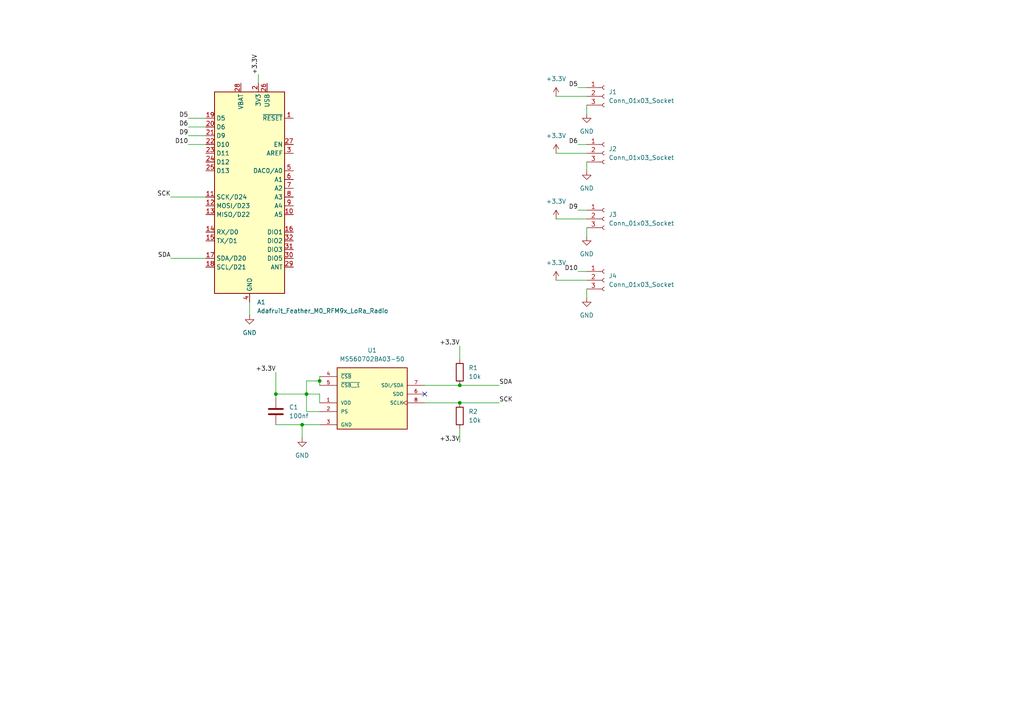
<source format=kicad_sch>
(kicad_sch (version 20250114) (generator "eeschema") (generator_version "9.0")
  (paper "A4")
  (lib_symbols
    (symbol "Connector:Conn_01x03_Socket" (pin_names (offset 1.016) (hide yes))
      (property "Reference" "J" (at 0 5.08 0))
      (property "Value" "Conn_01x03_Socket" (at 0 -5.08 0))
      (symbol "Conn_01x03_Socket_1_1"
        (polyline (pts (xy -1.27 2.54) (xy -0.508 2.54)) (stroke (width 0.1524)))
        (polyline (pts (xy -1.27 0) (xy -0.508 0)) (stroke (width 0.1524)))
        (polyline (pts (xy -1.27 -2.54) (xy -0.508 -2.54)) (stroke (width 0.1524)))
        (arc (start 0 2.032) (mid -0.5058 2.54) (end 0 3.048) (stroke (width 0.1524)))
        (arc (start 0 -0.508) (mid -0.5058 0) (end 0 0.508) (stroke (width 0.1524)))
        (arc (start 0 -3.048) (mid -0.5058 -2.54) (end 0 -2.032) (stroke (width 0.1524)))
        (pin passive line (at -5.08 2.54 0) (length 3.81) (name "Pin_1") (number "1"))
        (pin passive line (at -5.08 0 0) (length 3.81) (name "Pin_2") (number "2"))
        (pin passive line (at -5.08 -2.54 0) (length 3.81) (name "Pin_3") (number "3"))
      )
    )
    (symbol "Device:C" (pin_numbers (hide yes)) (pin_names (offset 0.254))
      (property "Reference" "C" (at 0.635 2.54 0))
      (property "Value" "C" (at 0.635 -2.54 0))
      (symbol "C_0_1"
        (polyline (pts (xy -2.032 0.762) (xy 2.032 0.762)) (stroke (width 0.508)))
        (polyline (pts (xy -2.032 -0.762) (xy 2.032 -0.762)) (stroke (width 0.508)))
      )
      (symbol "C_1_1"
        (pin passive line (at 0 3.81 270) (length 2.794) (name "~") (number "1"))
        (pin passive line (at 0 -3.81 90) (length 2.794) (name "~") (number "2"))
      )
    )
    (symbol "Device:R" (pin_numbers (hide yes)) (pin_names (offset 0))
      (property "Reference" "R" (at 2.032 0 90))
      (property "Value" "R" (at 0 0 90))
      (symbol "R_0_1"
        (rectangle (start -1.016 -2.54) (end 1.016 2.54) (stroke (width 0.254)))
      )
      (symbol "R_1_1"
        (pin passive line (at 0 3.81 270) (length 1.27) (name "~") (number "1"))
        (pin passive line (at 0 -3.81 90) (length 1.27) (name "~") (number "2"))
      )
    )
    (symbol "MCU_Module:Adafruit_Feather_M0_RFM9x_LoRa_Radio"
      (property "Reference" "A" (at -10.16 29.21 0))
      (property "Value" "Adafruit_Feather_M0_RFM9x_LoRa_Radio" (at 2.54 -31.75 0))
      (symbol "Adafruit_Feather_M0_RFM9x_LoRa_Radio_0_1"
        (rectangle (start -10.16 27.94) (end 10.16 -30.48) (stroke (width 0.254)) (fill (type background)))
      )
      (symbol "Adafruit_Feather_M0_RFM9x_LoRa_Radio_1_1"
        (pin bidirectional line (at -12.7 20.32 0) (length 2.54) (name "D5") (number "19"))
        (pin bidirectional line (at -12.7 17.78 0) (length 2.54) (name "D6") (number "20"))
        (pin bidirectional line (at -12.7 15.24 0) (length 2.54) (name "D9") (number "21"))
        (pin bidirectional line (at -12.7 12.7 0) (length 2.54) (name "D10") (number "22"))
        (pin bidirectional line (at -12.7 10.16 0) (length 2.54) (name "D11") (number "23"))
        (pin bidirectional line (at -12.7 7.62 0) (length 2.54) (name "D12") (number "24"))
        (pin bidirectional line (at -12.7 5.08 0) (length 2.54) (name "D13") (number "25"))
        (pin bidirectional line (at -12.7 -2.54 0) (length 2.54) (name "SCK/D24") (number "11"))
        (pin bidirectional line (at -12.7 -5.08 0) (length 2.54) (name "MOSI/D23") (number "12"))
        (pin bidirectional line (at -12.7 -7.62 0) (length 2.54) (name "MISO/D22") (number "13"))
        (pin bidirectional line (at -12.7 -12.7 0) (length 2.54) (name "RX/D0") (number "14"))
        (pin bidirectional line (at -12.7 -15.24 0) (length 2.54) (name "TX/D1") (number "15"))
        (pin bidirectional line (at -12.7 -20.32 0) (length 2.54) (name "SDA/D20") (number "17"))
        (pin bidirectional line (at -12.7 -22.86 0) (length 2.54) (name "SCL/D21") (number "18"))
        (pin power_in line (at -2.54 30.48 270) (length 2.54) (name "VBAT") (number "28"))
        (pin power_in line (at 0 -33.02 90) (length 2.54) (name "GND") (number "4"))
        (pin power_in line (at 2.54 30.48 270) (length 2.54) (name "3V3") (number "2"))
        (pin power_in line (at 5.08 30.48 270) (length 2.54) (name "USB") (number "26"))
        (pin input line (at 12.7 20.32 180) (length 2.54) (name "~{RESET}") (number "1"))
        (pin input line (at 12.7 12.7 180) (length 2.54) (name "EN") (number "27"))
        (pin input line (at 12.7 10.16 180) (length 2.54) (name "AREF") (number "3"))
        (pin bidirectional line (at 12.7 5.08 180) (length 2.54) (name "DAC0/A0") (number "5"))
        (pin bidirectional line (at 12.7 2.54 180) (length 2.54) (name "A1") (number "6"))
        (pin bidirectional line (at 12.7 0 180) (length 2.54) (name "A2") (number "7"))
        (pin bidirectional line (at 12.7 -2.54 180) (length 2.54) (name "A3") (number "8"))
        (pin bidirectional line (at 12.7 -5.08 180) (length 2.54) (name "A4") (number "9"))
        (pin bidirectional line (at 12.7 -7.62 180) (length 2.54) (name "A5") (number "10"))
        (pin bidirectional line (at 12.7 -12.7 180) (length 2.54) (name "DIO1") (number "16"))
        (pin bidirectional line (at 12.7 -15.24 180) (length 2.54) (name "DIO2") (number "32"))
        (pin bidirectional line (at 12.7 -17.78 180) (length 2.54) (name "DIO3") (number "31"))
        (pin bidirectional line (at 12.7 -20.32 180) (length 2.54) (name "DIO5") (number "30"))
        (pin bidirectional line (at 12.7 -22.86 180) (length 2.54) (name "ANT") (number "29"))
      )
    )
    (symbol "power:+3.3V" (power) (pin_numbers (hide yes)) (pin_names (offset 0) (hide yes))
      (property "Value" "+3.3V" (at 0 3.556 0))
      (symbol "+3.3V_0_1"
        (polyline (pts (xy -0.762 1.27) (xy 0 2.54)))
        (polyline (pts (xy 0 2.54) (xy 0.762 1.27)))
        (polyline (pts (xy 0 0) (xy 0 2.54)))
      )
      (symbol "+3.3V_1_1"
        (pin power_in line (at 0 0 90) (length 0) (name "~") (number "1"))
      )
    )
    (symbol "power:GND" (power) (pin_numbers (hide yes)) (pin_names (offset 0) (hide yes))
      (property "Value" "GND" (at 0 -3.81 0))
      (symbol "GND_0_1"
        (polyline (pts (xy 0 0) (xy 0 -1.27) (xy 1.27 -1.27) (xy 0 -2.54) (xy -1.27 -1.27) (xy 0 -1.27)))
      )
      (symbol "GND_1_1"
        (pin power_in line (at 0 0 270) (length 0) (name "~") (number "1"))
      )
    )
    (symbol "pressure:MS560702BA03-50" (pin_names (offset 1.016))
      (property "Reference" "U1" (at 0 12.7 0))
      (property "Value" "MS560702BA03-50" (at 0 10.16 0))
      (symbol "MS560702BA03-50_0_0"
        (rectangle (start -10.16 7.62) (end 10.16 -10.16) (stroke (width 0.254)) (fill (type background)))
        (pin input line (at -15.24 5.08 0) (length 5.08) (name "~{CSB}") (number "4"))
        (pin input line (at -15.24 2.54 0) (length 5.08) (name "~{CSB__1}") (number "5"))
        (pin power_in line (at -15.24 -2.54 0) (length 5.08) (name "VDD") (number "1"))
        (pin input line (at -15.24 -5.08 0) (length 5.08) (name "PS") (number "2"))
        (pin power_in line (at -15.24 -8.89 0) (length 5.08) (name "GND") (number "3"))
        (pin bidirectional line (at 15.24 2.54 180) (length 5.08) (name "SDI/SDA") (number "7"))
        (pin output line (at 15.24 0 180) (length 5.08) (name "SDO") (number "6"))
        (pin input clock (at 15.24 -2.54 180) (length 5.08) (name "SCLK") (number "8"))
      )
    )
  )
  (junction (at 133.35 111.76))
  (junction (at 133.35 116.84))
  (junction (at 80.01 114.3))
  (junction (at 87.63 123.19))
  (junction (at 92.71 110.49))
  (junction (at 88.9 114.3))
  (no_connect (at 123.19 114.3))
  (wire (pts (xy 72.39 87.63) (xy 72.39 91.44)))
  (wire (pts (xy 92.71 109.22) (xy 92.71 110.49)))
  (wire (pts (xy 161.29 63.5) (xy 170.18 63.5)))
  (wire (pts (xy 161.29 81.28) (xy 170.18 81.28)))
  (wire (pts (xy 54.61 39.37) (xy 59.69 39.37)))
  (wire (pts (xy 123.19 116.84) (xy 133.35 116.84)))
  (wire (pts (xy 167.64 60.96) (xy 170.18 60.96)))
  (wire (pts (xy 87.63 123.19) (xy 92.71 123.19)))
  (wire (pts (xy 123.19 111.76) (xy 133.35 111.76)))
  (wire (pts (xy 161.29 27.94) (xy 170.18 27.94)))
  (wire (pts (xy 92.71 110.49) (xy 88.9 110.49)))
  (wire (pts (xy 92.71 116.84) (xy 92.71 114.3)))
  (wire (pts (xy 167.64 41.91) (xy 170.18 41.91)))
  (wire (pts (xy 88.9 119.38) (xy 92.71 119.38)))
  (wire (pts (xy 54.61 34.29) (xy 59.69 34.29)))
  (wire (pts (xy 133.35 124.46) (xy 133.35 128.27)))
  (wire (pts (xy 80.01 114.3) (xy 88.9 114.3)))
  (wire (pts (xy 88.9 114.3) (xy 92.71 114.3)))
  (wire (pts (xy 170.18 83.82) (xy 170.18 86.36)))
  (wire (pts (xy 170.18 66.04) (xy 170.18 68.58)))
  (wire (pts (xy 88.9 110.49) (xy 88.9 114.3)))
  (wire (pts (xy 80.01 114.3) (xy 80.01 115.57)))
  (wire (pts (xy 54.61 36.83) (xy 59.69 36.83)))
  (wire (pts (xy 49.53 57.15) (xy 59.69 57.15)))
  (wire (pts (xy 170.18 30.48) (xy 170.18 33.02)))
  (wire (pts (xy 80.01 123.19) (xy 87.63 123.19)))
  (wire (pts (xy 74.93 21.59) (xy 74.93 24.13)))
  (wire (pts (xy 88.9 114.3) (xy 88.9 119.38)))
  (wire (pts (xy 133.35 100.33) (xy 133.35 104.14)))
  (wire (pts (xy 92.71 110.49) (xy 92.71 111.76)))
  (wire (pts (xy 80.01 107.95) (xy 80.01 114.3)))
  (wire (pts (xy 54.61 41.91) (xy 59.69 41.91)))
  (wire (pts (xy 49.53 74.93) (xy 59.69 74.93)))
  (wire (pts (xy 161.29 44.45) (xy 170.18 44.45)))
  (wire (pts (xy 167.64 25.4) (xy 170.18 25.4)))
  (wire (pts (xy 133.35 116.84) (xy 144.78 116.84)))
  (wire (pts (xy 167.64 78.74) (xy 170.18 78.74)))
  (wire (pts (xy 170.18 46.99) (xy 170.18 49.53)))
  (wire (pts (xy 133.35 111.76) (xy 144.78 111.76)))
  (wire (pts (xy 87.63 123.19) (xy 87.63 127)))
  (label "SDA" (at 49.53 74.93 180))
  (label "D10" (at 167.64 78.74 180))
  (label "D10" (at 54.61 41.91 180))
  (label "+3.3V" (at 74.93 21.59 90))
  (label "D9" (at 54.61 39.37 180))
  (label "D5" (at 167.64 25.4 180))
  (label "SDA" (at 144.78 111.76 0))
  (label "SCK" (at 144.78 116.84 0))
  (label "D9" (at 167.64 60.96 180))
  (label "D6" (at 167.64 41.91 180))
  (label "+3.3V" (at 133.35 128.27 180))
  (label "D6" (at 54.61 36.83 180))
  (label "+3.3V" (at 133.35 100.33 180))
  (label "D5" (at 54.61 34.29 180))
  (label "+3.3V" (at 80.01 107.95 180))
  (label "SCK" (at 49.53 57.15 180))
  (symbol (lib_id "Connector:Conn_01x03_Socket") (at 175.26 27.94 0) (unit 1)
    (property "Reference" "J1" (at 176.53 26.6699 0) (effects (justify left)))
    (property "Value" "Conn_01x03_Socket" (at 176.53 29.2099 0) (effects (justify left)))
    (property "Footprint" "Connector_PinSocket_2.54mm:PinSocket_1x03_P2.54mm_Vertical" (effects (hide yes)))
    (property "Description" "Generic connector, single row, 01x03, script generated" (effects (hide yes)))
  )
  (symbol (lib_id "MCU_Module:Adafruit_Feather_M0_RFM9x_LoRa_Radio") (at 72.39 54.61 0) (unit 1)
    (property "Reference" "A1" (at 74.5333 87.63 0) (effects (justify left)))
    (property "Value" "Adafruit_Feather_M0_RFM9x_LoRa_Radio" (at 74.5333 90.17 0) (effects (justify left)))
    (property "Footprint" "Module:Adafruit_Feather_M0_RFM" (effects (hide yes)))
    (property "Datasheet" "https://cdn-learn.adafruit.com/downloads/pdf/adafruit-feather-m0-radio-with-lora-radio-module.pdf" (effects (hide yes)))
    (property "Description" "Microcontroller module with SAMD21 Cortex-M0 MCU and RFM9x Radio" (effects (hide yes)))
  )
  (symbol (lib_id "power:GND") (at 170.18 68.58 0) (unit 1)
    (property "Reference" "#PWR03" (effects (hide yes)))
    (property "Value" "GND" (at 170.18 73.66 0))
    (property "Description" "Power symbol creates a global label with name \"GND\" , ground" (effects (hide yes)))
  )
  (symbol (lib_id "power:GND") (at 170.18 33.02 0) (unit 1)
    (property "Reference" "#PWR01" (effects (hide yes)))
    (property "Value" "GND" (at 170.18 38.1 0))
    (property "Description" "Power symbol creates a global label with name \"GND\" , ground" (effects (hide yes)))
  )
  (symbol (lib_id "power:+3.3V") (at 161.29 81.28 0) (unit 1)
    (property "Reference" "#PWR08" (effects (hide yes)))
    (property "Value" "+3.3V" (at 161.29 76.2 0))
    (property "Description" "Power symbol creates a global label with name \"+3.3V\"" (effects (hide yes)))
  )
  (symbol (lib_id "power:GND") (at 87.63 127 0) (unit 1)
    (property "Reference" "#PWR011" (effects (hide yes)))
    (property "Value" "GND" (at 87.63 132.08 0))
    (property "Description" "Power symbol creates a global label with name \"GND\" , ground" (effects (hide yes)))
  )
  (symbol (lib_id "Connector:Conn_01x03_Socket") (at 175.26 63.5 0) (unit 1)
    (property "Reference" "J3" (at 176.53 62.2299 0) (effects (justify left)))
    (property "Value" "Conn_01x03_Socket" (at 176.53 64.7699 0) (effects (justify left)))
    (property "Footprint" "Connector_PinSocket_2.54mm:PinSocket_1x03_P2.54mm_Vertical" (effects (hide yes)))
    (property "Description" "Generic connector, single row, 01x03, script generated" (effects (hide yes)))
  )
  (symbol (lib_id "Device:C") (at 80.01 119.38 0) (unit 1)
    (property "Reference" "C1" (at 83.82 118.1099 0) (effects (justify left)))
    (property "Value" "100nf" (at 83.82 120.6499 0) (effects (justify left)))
    (property "Footprint" "Capacitor_SMD:C_0603_1608Metric_Pad1.08x0.95mm_HandSolder" (effects (hide yes)))
    (property "Description" "Unpolarized capacitor" (effects (hide yes)))
  )
  (symbol (lib_id "Device:R") (at 133.35 120.65 0) (unit 1)
    (property "Reference" "R2" (at 135.89 119.3799 0) (effects (justify left)))
    (property "Value" "10k" (at 135.89 121.9199 0) (effects (justify left)))
    (property "Footprint" "Resistor_SMD:R_0603_1608Metric_Pad0.98x0.95mm_HandSolder" (effects (hide yes)))
    (property "Description" "Resistor" (effects (hide yes)))
  )
  (symbol (lib_id "power:GND") (at 72.39 91.44 0) (unit 1)
    (property "Reference" "#PWR09" (effects (hide yes)))
    (property "Value" "GND" (at 72.39 96.52 0))
    (property "Description" "Power symbol creates a global label with name \"GND\" , ground" (effects (hide yes)))
  )
  (symbol (lib_id "power:GND") (at 170.18 86.36 0) (unit 1)
    (property "Reference" "#PWR04" (effects (hide yes)))
    (property "Value" "GND" (at 170.18 91.44 0))
    (property "Description" "Power symbol creates a global label with name \"GND\" , ground" (effects (hide yes)))
  )
  (symbol (lib_id "Connector:Conn_01x03_Socket") (at 175.26 44.45 0) (unit 1)
    (property "Reference" "J2" (at 176.53 43.1799 0) (effects (justify left)))
    (property "Value" "Conn_01x03_Socket" (at 176.53 45.7199 0) (effects (justify left)))
    (property "Footprint" "Connector_PinSocket_2.54mm:PinSocket_1x03_P2.54mm_Vertical" (effects (hide yes)))
    (property "Description" "Generic connector, single row, 01x03, script generated" (effects (hide yes)))
  )
  (symbol (lib_id "Connector:Conn_01x03_Socket") (at 175.26 81.28 0) (unit 1)
    (property "Reference" "J4" (at 176.53 80.0099 0) (effects (justify left)))
    (property "Value" "Conn_01x03_Socket" (at 176.53 82.5499 0) (effects (justify left)))
    (property "Footprint" "Connector_PinSocket_2.54mm:PinSocket_1x03_P2.54mm_Vertical" (effects (hide yes)))
    (property "Description" "Generic connector, single row, 01x03, script generated" (effects (hide yes)))
  )
  (symbol (lib_id "power:GND") (at 170.18 49.53 0) (unit 1)
    (property "Reference" "#PWR02" (effects (hide yes)))
    (property "Value" "GND" (at 170.18 54.61 0))
    (property "Description" "Power symbol creates a global label with name \"GND\" , ground" (effects (hide yes)))
  )
  (symbol (lib_id "power:+3.3V") (at 161.29 27.94 0) (unit 1)
    (property "Reference" "#PWR05" (effects (hide yes)))
    (property "Value" "+3.3V" (at 161.29 22.86 0))
    (property "Description" "Power symbol creates a global label with name \"+3.3V\"" (effects (hide yes)))
  )
  (symbol (lib_id "power:+3.3V") (at 161.29 44.45 0) (unit 1)
    (property "Reference" "#PWR06" (effects (hide yes)))
    (property "Value" "+3.3V" (at 161.29 39.37 0))
    (property "Description" "Power symbol creates a global label with name \"+3.3V\"" (effects (hide yes)))
  )
  (symbol (lib_id "power:+3.3V") (at 161.29 63.5 0) (unit 1)
    (property "Reference" "#PWR07" (effects (hide yes)))
    (property "Value" "+3.3V" (at 161.29 58.42 0))
    (property "Description" "Power symbol creates a global label with name \"+3.3V\"" (effects (hide yes)))
  )
  (symbol (lib_id "pressure:MS560702BA03-50") (at 107.95 114.3 0) (unit 1)
    (property "Reference" "U1" (at 107.95 101.6 0))
    (property "Value" "MS560702BA03-50" (at 107.95 104.14 0))
    (property "Footprint" "pressure:SON125P300X500X100-8N" (effects (hide yes)))
    (property "STANDARD" "MANUFACTURER RECOMMENDATIONS" (effects (hide yes)))
    (property "MANUFACTURER" "TE CONNECTIVITY" (effects (hide yes)))
  )
  (symbol (lib_id "Device:R") (at 133.35 107.95 0) (unit 1)
    (property "Reference" "R1" (at 135.89 106.6799 0) (effects (justify left)))
    (property "Value" "10k" (at 135.89 109.2199 0) (effects (justify left)))
    (property "Footprint" "Resistor_SMD:R_0603_1608Metric_Pad0.98x0.95mm_HandSolder" (effects (hide yes)))
    (property "Description" "Resistor" (effects (hide yes)))
  )
)
</source>
